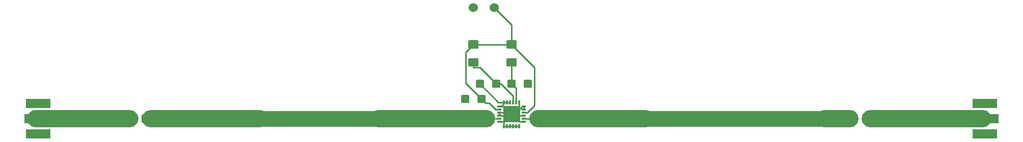
<source format=gbr>
G04 #@! TF.GenerationSoftware,KiCad,Pcbnew,5.1.2-f72e74a~84~ubuntu18.04.1*
G04 #@! TF.CreationDate,2019-07-26T18:37:53+02:00*
G04 #@! TF.ProjectId,match_attenuator,6d617463-685f-4617-9474-656e7561746f,rev?*
G04 #@! TF.SameCoordinates,Original*
G04 #@! TF.FileFunction,Copper,L1,Top*
G04 #@! TF.FilePolarity,Positive*
%FSLAX46Y46*%
G04 Gerber Fmt 4.6, Leading zero omitted, Abs format (unit mm)*
G04 Created by KiCad (PCBNEW 5.1.2-f72e74a~84~ubuntu18.04.1) date 2019-07-26 18:37:53*
%MOMM*%
%LPD*%
G04 APERTURE LIST*
%ADD10C,1.524000*%
%ADD11R,4.060000X1.520000*%
%ADD12R,4.600000X1.520000*%
%ADD13C,0.100000*%
%ADD14C,1.425000*%
%ADD15R,2.700000X2.700000*%
%ADD16R,0.800000X0.300000*%
%ADD17R,0.300000X0.800000*%
%ADD18C,1.350000*%
%ADD19C,0.800000*%
%ADD20C,0.250000*%
%ADD21C,2.900000*%
%ADD22C,2.620000*%
%ADD23C,2.650000*%
G04 APERTURE END LIST*
D10*
X143510000Y-109220000D03*
X147010000Y-109220000D03*
D11*
X228600000Y-130300000D03*
X228600000Y-125220000D03*
D12*
X228600000Y-127760000D03*
D11*
X71120000Y-125200000D03*
X71120000Y-130280000D03*
D12*
X71120000Y-127740000D03*
D13*
G36*
X150509504Y-117616204D02*
G01*
X150533773Y-117619804D01*
X150557571Y-117625765D01*
X150580671Y-117634030D01*
X150602849Y-117644520D01*
X150623893Y-117657133D01*
X150643598Y-117671747D01*
X150661777Y-117688223D01*
X150678253Y-117706402D01*
X150692867Y-117726107D01*
X150705480Y-117747151D01*
X150715970Y-117769329D01*
X150724235Y-117792429D01*
X150730196Y-117816227D01*
X150733796Y-117840496D01*
X150735000Y-117865000D01*
X150735000Y-118790000D01*
X150733796Y-118814504D01*
X150730196Y-118838773D01*
X150724235Y-118862571D01*
X150715970Y-118885671D01*
X150705480Y-118907849D01*
X150692867Y-118928893D01*
X150678253Y-118948598D01*
X150661777Y-118966777D01*
X150643598Y-118983253D01*
X150623893Y-118997867D01*
X150602849Y-119010480D01*
X150580671Y-119020970D01*
X150557571Y-119029235D01*
X150533773Y-119035196D01*
X150509504Y-119038796D01*
X150485000Y-119040000D01*
X149235000Y-119040000D01*
X149210496Y-119038796D01*
X149186227Y-119035196D01*
X149162429Y-119029235D01*
X149139329Y-119020970D01*
X149117151Y-119010480D01*
X149096107Y-118997867D01*
X149076402Y-118983253D01*
X149058223Y-118966777D01*
X149041747Y-118948598D01*
X149027133Y-118928893D01*
X149014520Y-118907849D01*
X149004030Y-118885671D01*
X148995765Y-118862571D01*
X148989804Y-118838773D01*
X148986204Y-118814504D01*
X148985000Y-118790000D01*
X148985000Y-117865000D01*
X148986204Y-117840496D01*
X148989804Y-117816227D01*
X148995765Y-117792429D01*
X149004030Y-117769329D01*
X149014520Y-117747151D01*
X149027133Y-117726107D01*
X149041747Y-117706402D01*
X149058223Y-117688223D01*
X149076402Y-117671747D01*
X149096107Y-117657133D01*
X149117151Y-117644520D01*
X149139329Y-117634030D01*
X149162429Y-117625765D01*
X149186227Y-117619804D01*
X149210496Y-117616204D01*
X149235000Y-117615000D01*
X150485000Y-117615000D01*
X150509504Y-117616204D01*
X150509504Y-117616204D01*
G37*
D14*
X149860000Y-118327500D03*
D13*
G36*
X150509504Y-114641204D02*
G01*
X150533773Y-114644804D01*
X150557571Y-114650765D01*
X150580671Y-114659030D01*
X150602849Y-114669520D01*
X150623893Y-114682133D01*
X150643598Y-114696747D01*
X150661777Y-114713223D01*
X150678253Y-114731402D01*
X150692867Y-114751107D01*
X150705480Y-114772151D01*
X150715970Y-114794329D01*
X150724235Y-114817429D01*
X150730196Y-114841227D01*
X150733796Y-114865496D01*
X150735000Y-114890000D01*
X150735000Y-115815000D01*
X150733796Y-115839504D01*
X150730196Y-115863773D01*
X150724235Y-115887571D01*
X150715970Y-115910671D01*
X150705480Y-115932849D01*
X150692867Y-115953893D01*
X150678253Y-115973598D01*
X150661777Y-115991777D01*
X150643598Y-116008253D01*
X150623893Y-116022867D01*
X150602849Y-116035480D01*
X150580671Y-116045970D01*
X150557571Y-116054235D01*
X150533773Y-116060196D01*
X150509504Y-116063796D01*
X150485000Y-116065000D01*
X149235000Y-116065000D01*
X149210496Y-116063796D01*
X149186227Y-116060196D01*
X149162429Y-116054235D01*
X149139329Y-116045970D01*
X149117151Y-116035480D01*
X149096107Y-116022867D01*
X149076402Y-116008253D01*
X149058223Y-115991777D01*
X149041747Y-115973598D01*
X149027133Y-115953893D01*
X149014520Y-115932849D01*
X149004030Y-115910671D01*
X148995765Y-115887571D01*
X148989804Y-115863773D01*
X148986204Y-115839504D01*
X148985000Y-115815000D01*
X148985000Y-114890000D01*
X148986204Y-114865496D01*
X148989804Y-114841227D01*
X148995765Y-114817429D01*
X149004030Y-114794329D01*
X149014520Y-114772151D01*
X149027133Y-114751107D01*
X149041747Y-114731402D01*
X149058223Y-114713223D01*
X149076402Y-114696747D01*
X149096107Y-114682133D01*
X149117151Y-114669520D01*
X149139329Y-114659030D01*
X149162429Y-114650765D01*
X149186227Y-114644804D01*
X149210496Y-114641204D01*
X149235000Y-114640000D01*
X150485000Y-114640000D01*
X150509504Y-114641204D01*
X150509504Y-114641204D01*
G37*
D14*
X149860000Y-115352500D03*
D13*
G36*
X144159504Y-117616204D02*
G01*
X144183773Y-117619804D01*
X144207571Y-117625765D01*
X144230671Y-117634030D01*
X144252849Y-117644520D01*
X144273893Y-117657133D01*
X144293598Y-117671747D01*
X144311777Y-117688223D01*
X144328253Y-117706402D01*
X144342867Y-117726107D01*
X144355480Y-117747151D01*
X144365970Y-117769329D01*
X144374235Y-117792429D01*
X144380196Y-117816227D01*
X144383796Y-117840496D01*
X144385000Y-117865000D01*
X144385000Y-118790000D01*
X144383796Y-118814504D01*
X144380196Y-118838773D01*
X144374235Y-118862571D01*
X144365970Y-118885671D01*
X144355480Y-118907849D01*
X144342867Y-118928893D01*
X144328253Y-118948598D01*
X144311777Y-118966777D01*
X144293598Y-118983253D01*
X144273893Y-118997867D01*
X144252849Y-119010480D01*
X144230671Y-119020970D01*
X144207571Y-119029235D01*
X144183773Y-119035196D01*
X144159504Y-119038796D01*
X144135000Y-119040000D01*
X142885000Y-119040000D01*
X142860496Y-119038796D01*
X142836227Y-119035196D01*
X142812429Y-119029235D01*
X142789329Y-119020970D01*
X142767151Y-119010480D01*
X142746107Y-118997867D01*
X142726402Y-118983253D01*
X142708223Y-118966777D01*
X142691747Y-118948598D01*
X142677133Y-118928893D01*
X142664520Y-118907849D01*
X142654030Y-118885671D01*
X142645765Y-118862571D01*
X142639804Y-118838773D01*
X142636204Y-118814504D01*
X142635000Y-118790000D01*
X142635000Y-117865000D01*
X142636204Y-117840496D01*
X142639804Y-117816227D01*
X142645765Y-117792429D01*
X142654030Y-117769329D01*
X142664520Y-117747151D01*
X142677133Y-117726107D01*
X142691747Y-117706402D01*
X142708223Y-117688223D01*
X142726402Y-117671747D01*
X142746107Y-117657133D01*
X142767151Y-117644520D01*
X142789329Y-117634030D01*
X142812429Y-117625765D01*
X142836227Y-117619804D01*
X142860496Y-117616204D01*
X142885000Y-117615000D01*
X144135000Y-117615000D01*
X144159504Y-117616204D01*
X144159504Y-117616204D01*
G37*
D14*
X143510000Y-118327500D03*
D13*
G36*
X144159504Y-114641204D02*
G01*
X144183773Y-114644804D01*
X144207571Y-114650765D01*
X144230671Y-114659030D01*
X144252849Y-114669520D01*
X144273893Y-114682133D01*
X144293598Y-114696747D01*
X144311777Y-114713223D01*
X144328253Y-114731402D01*
X144342867Y-114751107D01*
X144355480Y-114772151D01*
X144365970Y-114794329D01*
X144374235Y-114817429D01*
X144380196Y-114841227D01*
X144383796Y-114865496D01*
X144385000Y-114890000D01*
X144385000Y-115815000D01*
X144383796Y-115839504D01*
X144380196Y-115863773D01*
X144374235Y-115887571D01*
X144365970Y-115910671D01*
X144355480Y-115932849D01*
X144342867Y-115953893D01*
X144328253Y-115973598D01*
X144311777Y-115991777D01*
X144293598Y-116008253D01*
X144273893Y-116022867D01*
X144252849Y-116035480D01*
X144230671Y-116045970D01*
X144207571Y-116054235D01*
X144183773Y-116060196D01*
X144159504Y-116063796D01*
X144135000Y-116065000D01*
X142885000Y-116065000D01*
X142860496Y-116063796D01*
X142836227Y-116060196D01*
X142812429Y-116054235D01*
X142789329Y-116045970D01*
X142767151Y-116035480D01*
X142746107Y-116022867D01*
X142726402Y-116008253D01*
X142708223Y-115991777D01*
X142691747Y-115973598D01*
X142677133Y-115953893D01*
X142664520Y-115932849D01*
X142654030Y-115910671D01*
X142645765Y-115887571D01*
X142639804Y-115863773D01*
X142636204Y-115839504D01*
X142635000Y-115815000D01*
X142635000Y-114890000D01*
X142636204Y-114865496D01*
X142639804Y-114841227D01*
X142645765Y-114817429D01*
X142654030Y-114794329D01*
X142664520Y-114772151D01*
X142677133Y-114751107D01*
X142691747Y-114731402D01*
X142708223Y-114713223D01*
X142726402Y-114696747D01*
X142746107Y-114682133D01*
X142767151Y-114669520D01*
X142789329Y-114659030D01*
X142812429Y-114650765D01*
X142836227Y-114644804D01*
X142860496Y-114641204D01*
X142885000Y-114640000D01*
X144135000Y-114640000D01*
X144159504Y-114641204D01*
X144159504Y-114641204D01*
G37*
D14*
X143510000Y-115352500D03*
D15*
X149860000Y-127000000D03*
D16*
X151850000Y-125740000D03*
X151850000Y-128240000D03*
X151850000Y-127740000D03*
X151850000Y-127240000D03*
X151850000Y-126240000D03*
X151850000Y-126740000D03*
X147850000Y-128240000D03*
X147850000Y-127740000D03*
X147850000Y-127240000D03*
X147850000Y-126740000D03*
X147850000Y-126240000D03*
X147850000Y-125740000D03*
D17*
X148600000Y-128990000D03*
X149100000Y-128990000D03*
X150100000Y-128990000D03*
X149600000Y-128990000D03*
X151100000Y-128990000D03*
X150600000Y-128990000D03*
X151100000Y-124990000D03*
X150600000Y-124990000D03*
X150100000Y-124990000D03*
X149600000Y-124990000D03*
X149100000Y-124990000D03*
X148600000Y-124990000D03*
D13*
G36*
X207324505Y-127066204D02*
G01*
X207348773Y-127069804D01*
X207372572Y-127075765D01*
X207395671Y-127084030D01*
X207417850Y-127094520D01*
X207438893Y-127107132D01*
X207458599Y-127121747D01*
X207476777Y-127138223D01*
X207493253Y-127156401D01*
X207507868Y-127176107D01*
X207520480Y-127197150D01*
X207530970Y-127219329D01*
X207539235Y-127242428D01*
X207545196Y-127266227D01*
X207548796Y-127290495D01*
X207550000Y-127314999D01*
X207550000Y-128165001D01*
X207548796Y-128189505D01*
X207545196Y-128213773D01*
X207539235Y-128237572D01*
X207530970Y-128260671D01*
X207520480Y-128282850D01*
X207507868Y-128303893D01*
X207493253Y-128323599D01*
X207476777Y-128341777D01*
X207458599Y-128358253D01*
X207438893Y-128372868D01*
X207417850Y-128385480D01*
X207395671Y-128395970D01*
X207372572Y-128404235D01*
X207348773Y-128410196D01*
X207324505Y-128413796D01*
X207300001Y-128415000D01*
X206399999Y-128415000D01*
X206375495Y-128413796D01*
X206351227Y-128410196D01*
X206327428Y-128404235D01*
X206304329Y-128395970D01*
X206282150Y-128385480D01*
X206261107Y-128372868D01*
X206241401Y-128358253D01*
X206223223Y-128341777D01*
X206206747Y-128323599D01*
X206192132Y-128303893D01*
X206179520Y-128282850D01*
X206169030Y-128260671D01*
X206160765Y-128237572D01*
X206154804Y-128213773D01*
X206151204Y-128189505D01*
X206150000Y-128165001D01*
X206150000Y-127314999D01*
X206151204Y-127290495D01*
X206154804Y-127266227D01*
X206160765Y-127242428D01*
X206169030Y-127219329D01*
X206179520Y-127197150D01*
X206192132Y-127176107D01*
X206206747Y-127156401D01*
X206223223Y-127138223D01*
X206241401Y-127121747D01*
X206261107Y-127107132D01*
X206282150Y-127094520D01*
X206304329Y-127084030D01*
X206327428Y-127075765D01*
X206351227Y-127069804D01*
X206375495Y-127066204D01*
X206399999Y-127065000D01*
X207300001Y-127065000D01*
X207324505Y-127066204D01*
X207324505Y-127066204D01*
G37*
D18*
X206850000Y-127740000D03*
D13*
G36*
X210024505Y-127066204D02*
G01*
X210048773Y-127069804D01*
X210072572Y-127075765D01*
X210095671Y-127084030D01*
X210117850Y-127094520D01*
X210138893Y-127107132D01*
X210158599Y-127121747D01*
X210176777Y-127138223D01*
X210193253Y-127156401D01*
X210207868Y-127176107D01*
X210220480Y-127197150D01*
X210230970Y-127219329D01*
X210239235Y-127242428D01*
X210245196Y-127266227D01*
X210248796Y-127290495D01*
X210250000Y-127314999D01*
X210250000Y-128165001D01*
X210248796Y-128189505D01*
X210245196Y-128213773D01*
X210239235Y-128237572D01*
X210230970Y-128260671D01*
X210220480Y-128282850D01*
X210207868Y-128303893D01*
X210193253Y-128323599D01*
X210176777Y-128341777D01*
X210158599Y-128358253D01*
X210138893Y-128372868D01*
X210117850Y-128385480D01*
X210095671Y-128395970D01*
X210072572Y-128404235D01*
X210048773Y-128410196D01*
X210024505Y-128413796D01*
X210000001Y-128415000D01*
X209099999Y-128415000D01*
X209075495Y-128413796D01*
X209051227Y-128410196D01*
X209027428Y-128404235D01*
X209004329Y-128395970D01*
X208982150Y-128385480D01*
X208961107Y-128372868D01*
X208941401Y-128358253D01*
X208923223Y-128341777D01*
X208906747Y-128323599D01*
X208892132Y-128303893D01*
X208879520Y-128282850D01*
X208869030Y-128260671D01*
X208860765Y-128237572D01*
X208854804Y-128213773D01*
X208851204Y-128189505D01*
X208850000Y-128165001D01*
X208850000Y-127314999D01*
X208851204Y-127290495D01*
X208854804Y-127266227D01*
X208860765Y-127242428D01*
X208869030Y-127219329D01*
X208879520Y-127197150D01*
X208892132Y-127176107D01*
X208906747Y-127156401D01*
X208923223Y-127138223D01*
X208941401Y-127121747D01*
X208961107Y-127107132D01*
X208982150Y-127094520D01*
X209004329Y-127084030D01*
X209027428Y-127075765D01*
X209051227Y-127069804D01*
X209075495Y-127066204D01*
X209099999Y-127065000D01*
X210000001Y-127065000D01*
X210024505Y-127066204D01*
X210024505Y-127066204D01*
G37*
D18*
X209550000Y-127740000D03*
D13*
G36*
X86754505Y-127066204D02*
G01*
X86778773Y-127069804D01*
X86802572Y-127075765D01*
X86825671Y-127084030D01*
X86847850Y-127094520D01*
X86868893Y-127107132D01*
X86888599Y-127121747D01*
X86906777Y-127138223D01*
X86923253Y-127156401D01*
X86937868Y-127176107D01*
X86950480Y-127197150D01*
X86960970Y-127219329D01*
X86969235Y-127242428D01*
X86975196Y-127266227D01*
X86978796Y-127290495D01*
X86980000Y-127314999D01*
X86980000Y-128165001D01*
X86978796Y-128189505D01*
X86975196Y-128213773D01*
X86969235Y-128237572D01*
X86960970Y-128260671D01*
X86950480Y-128282850D01*
X86937868Y-128303893D01*
X86923253Y-128323599D01*
X86906777Y-128341777D01*
X86888599Y-128358253D01*
X86868893Y-128372868D01*
X86847850Y-128385480D01*
X86825671Y-128395970D01*
X86802572Y-128404235D01*
X86778773Y-128410196D01*
X86754505Y-128413796D01*
X86730001Y-128415000D01*
X85829999Y-128415000D01*
X85805495Y-128413796D01*
X85781227Y-128410196D01*
X85757428Y-128404235D01*
X85734329Y-128395970D01*
X85712150Y-128385480D01*
X85691107Y-128372868D01*
X85671401Y-128358253D01*
X85653223Y-128341777D01*
X85636747Y-128323599D01*
X85622132Y-128303893D01*
X85609520Y-128282850D01*
X85599030Y-128260671D01*
X85590765Y-128237572D01*
X85584804Y-128213773D01*
X85581204Y-128189505D01*
X85580000Y-128165001D01*
X85580000Y-127314999D01*
X85581204Y-127290495D01*
X85584804Y-127266227D01*
X85590765Y-127242428D01*
X85599030Y-127219329D01*
X85609520Y-127197150D01*
X85622132Y-127176107D01*
X85636747Y-127156401D01*
X85653223Y-127138223D01*
X85671401Y-127121747D01*
X85691107Y-127107132D01*
X85712150Y-127094520D01*
X85734329Y-127084030D01*
X85757428Y-127075765D01*
X85781227Y-127069804D01*
X85805495Y-127066204D01*
X85829999Y-127065000D01*
X86730001Y-127065000D01*
X86754505Y-127066204D01*
X86754505Y-127066204D01*
G37*
D18*
X86280000Y-127740000D03*
D13*
G36*
X89454505Y-127066204D02*
G01*
X89478773Y-127069804D01*
X89502572Y-127075765D01*
X89525671Y-127084030D01*
X89547850Y-127094520D01*
X89568893Y-127107132D01*
X89588599Y-127121747D01*
X89606777Y-127138223D01*
X89623253Y-127156401D01*
X89637868Y-127176107D01*
X89650480Y-127197150D01*
X89660970Y-127219329D01*
X89669235Y-127242428D01*
X89675196Y-127266227D01*
X89678796Y-127290495D01*
X89680000Y-127314999D01*
X89680000Y-128165001D01*
X89678796Y-128189505D01*
X89675196Y-128213773D01*
X89669235Y-128237572D01*
X89660970Y-128260671D01*
X89650480Y-128282850D01*
X89637868Y-128303893D01*
X89623253Y-128323599D01*
X89606777Y-128341777D01*
X89588599Y-128358253D01*
X89568893Y-128372868D01*
X89547850Y-128385480D01*
X89525671Y-128395970D01*
X89502572Y-128404235D01*
X89478773Y-128410196D01*
X89454505Y-128413796D01*
X89430001Y-128415000D01*
X88529999Y-128415000D01*
X88505495Y-128413796D01*
X88481227Y-128410196D01*
X88457428Y-128404235D01*
X88434329Y-128395970D01*
X88412150Y-128385480D01*
X88391107Y-128372868D01*
X88371401Y-128358253D01*
X88353223Y-128341777D01*
X88336747Y-128323599D01*
X88322132Y-128303893D01*
X88309520Y-128282850D01*
X88299030Y-128260671D01*
X88290765Y-128237572D01*
X88284804Y-128213773D01*
X88281204Y-128189505D01*
X88280000Y-128165001D01*
X88280000Y-127314999D01*
X88281204Y-127290495D01*
X88284804Y-127266227D01*
X88290765Y-127242428D01*
X88299030Y-127219329D01*
X88309520Y-127197150D01*
X88322132Y-127176107D01*
X88336747Y-127156401D01*
X88353223Y-127138223D01*
X88371401Y-127121747D01*
X88391107Y-127107132D01*
X88412150Y-127094520D01*
X88434329Y-127084030D01*
X88457428Y-127075765D01*
X88481227Y-127069804D01*
X88505495Y-127066204D01*
X88529999Y-127065000D01*
X89430001Y-127065000D01*
X89454505Y-127066204D01*
X89454505Y-127066204D01*
G37*
D18*
X88980000Y-127740000D03*
D13*
G36*
X145334505Y-123786204D02*
G01*
X145358773Y-123789804D01*
X145382572Y-123795765D01*
X145405671Y-123804030D01*
X145427850Y-123814520D01*
X145448893Y-123827132D01*
X145468599Y-123841747D01*
X145486777Y-123858223D01*
X145503253Y-123876401D01*
X145517868Y-123896107D01*
X145530480Y-123917150D01*
X145540970Y-123939329D01*
X145549235Y-123962428D01*
X145555196Y-123986227D01*
X145558796Y-124010495D01*
X145560000Y-124034999D01*
X145560000Y-124885001D01*
X145558796Y-124909505D01*
X145555196Y-124933773D01*
X145549235Y-124957572D01*
X145540970Y-124980671D01*
X145530480Y-125002850D01*
X145517868Y-125023893D01*
X145503253Y-125043599D01*
X145486777Y-125061777D01*
X145468599Y-125078253D01*
X145448893Y-125092868D01*
X145427850Y-125105480D01*
X145405671Y-125115970D01*
X145382572Y-125124235D01*
X145358773Y-125130196D01*
X145334505Y-125133796D01*
X145310001Y-125135000D01*
X144409999Y-125135000D01*
X144385495Y-125133796D01*
X144361227Y-125130196D01*
X144337428Y-125124235D01*
X144314329Y-125115970D01*
X144292150Y-125105480D01*
X144271107Y-125092868D01*
X144251401Y-125078253D01*
X144233223Y-125061777D01*
X144216747Y-125043599D01*
X144202132Y-125023893D01*
X144189520Y-125002850D01*
X144179030Y-124980671D01*
X144170765Y-124957572D01*
X144164804Y-124933773D01*
X144161204Y-124909505D01*
X144160000Y-124885001D01*
X144160000Y-124034999D01*
X144161204Y-124010495D01*
X144164804Y-123986227D01*
X144170765Y-123962428D01*
X144179030Y-123939329D01*
X144189520Y-123917150D01*
X144202132Y-123896107D01*
X144216747Y-123876401D01*
X144233223Y-123858223D01*
X144251401Y-123841747D01*
X144271107Y-123827132D01*
X144292150Y-123814520D01*
X144314329Y-123804030D01*
X144337428Y-123795765D01*
X144361227Y-123789804D01*
X144385495Y-123786204D01*
X144409999Y-123785000D01*
X145310001Y-123785000D01*
X145334505Y-123786204D01*
X145334505Y-123786204D01*
G37*
D18*
X144860000Y-124460000D03*
D13*
G36*
X142634505Y-123786204D02*
G01*
X142658773Y-123789804D01*
X142682572Y-123795765D01*
X142705671Y-123804030D01*
X142727850Y-123814520D01*
X142748893Y-123827132D01*
X142768599Y-123841747D01*
X142786777Y-123858223D01*
X142803253Y-123876401D01*
X142817868Y-123896107D01*
X142830480Y-123917150D01*
X142840970Y-123939329D01*
X142849235Y-123962428D01*
X142855196Y-123986227D01*
X142858796Y-124010495D01*
X142860000Y-124034999D01*
X142860000Y-124885001D01*
X142858796Y-124909505D01*
X142855196Y-124933773D01*
X142849235Y-124957572D01*
X142840970Y-124980671D01*
X142830480Y-125002850D01*
X142817868Y-125023893D01*
X142803253Y-125043599D01*
X142786777Y-125061777D01*
X142768599Y-125078253D01*
X142748893Y-125092868D01*
X142727850Y-125105480D01*
X142705671Y-125115970D01*
X142682572Y-125124235D01*
X142658773Y-125130196D01*
X142634505Y-125133796D01*
X142610001Y-125135000D01*
X141709999Y-125135000D01*
X141685495Y-125133796D01*
X141661227Y-125130196D01*
X141637428Y-125124235D01*
X141614329Y-125115970D01*
X141592150Y-125105480D01*
X141571107Y-125092868D01*
X141551401Y-125078253D01*
X141533223Y-125061777D01*
X141516747Y-125043599D01*
X141502132Y-125023893D01*
X141489520Y-125002850D01*
X141479030Y-124980671D01*
X141470765Y-124957572D01*
X141464804Y-124933773D01*
X141461204Y-124909505D01*
X141460000Y-124885001D01*
X141460000Y-124034999D01*
X141461204Y-124010495D01*
X141464804Y-123986227D01*
X141470765Y-123962428D01*
X141479030Y-123939329D01*
X141489520Y-123917150D01*
X141502132Y-123896107D01*
X141516747Y-123876401D01*
X141533223Y-123858223D01*
X141551401Y-123841747D01*
X141571107Y-123827132D01*
X141592150Y-123814520D01*
X141614329Y-123804030D01*
X141637428Y-123795765D01*
X141661227Y-123789804D01*
X141685495Y-123786204D01*
X141709999Y-123785000D01*
X142610001Y-123785000D01*
X142634505Y-123786204D01*
X142634505Y-123786204D01*
G37*
D18*
X142160000Y-124460000D03*
D13*
G36*
X150334505Y-121246204D02*
G01*
X150358773Y-121249804D01*
X150382572Y-121255765D01*
X150405671Y-121264030D01*
X150427850Y-121274520D01*
X150448893Y-121287132D01*
X150468599Y-121301747D01*
X150486777Y-121318223D01*
X150503253Y-121336401D01*
X150517868Y-121356107D01*
X150530480Y-121377150D01*
X150540970Y-121399329D01*
X150549235Y-121422428D01*
X150555196Y-121446227D01*
X150558796Y-121470495D01*
X150560000Y-121494999D01*
X150560000Y-122345001D01*
X150558796Y-122369505D01*
X150555196Y-122393773D01*
X150549235Y-122417572D01*
X150540970Y-122440671D01*
X150530480Y-122462850D01*
X150517868Y-122483893D01*
X150503253Y-122503599D01*
X150486777Y-122521777D01*
X150468599Y-122538253D01*
X150448893Y-122552868D01*
X150427850Y-122565480D01*
X150405671Y-122575970D01*
X150382572Y-122584235D01*
X150358773Y-122590196D01*
X150334505Y-122593796D01*
X150310001Y-122595000D01*
X149409999Y-122595000D01*
X149385495Y-122593796D01*
X149361227Y-122590196D01*
X149337428Y-122584235D01*
X149314329Y-122575970D01*
X149292150Y-122565480D01*
X149271107Y-122552868D01*
X149251401Y-122538253D01*
X149233223Y-122521777D01*
X149216747Y-122503599D01*
X149202132Y-122483893D01*
X149189520Y-122462850D01*
X149179030Y-122440671D01*
X149170765Y-122417572D01*
X149164804Y-122393773D01*
X149161204Y-122369505D01*
X149160000Y-122345001D01*
X149160000Y-121494999D01*
X149161204Y-121470495D01*
X149164804Y-121446227D01*
X149170765Y-121422428D01*
X149179030Y-121399329D01*
X149189520Y-121377150D01*
X149202132Y-121356107D01*
X149216747Y-121336401D01*
X149233223Y-121318223D01*
X149251401Y-121301747D01*
X149271107Y-121287132D01*
X149292150Y-121274520D01*
X149314329Y-121264030D01*
X149337428Y-121255765D01*
X149361227Y-121249804D01*
X149385495Y-121246204D01*
X149409999Y-121245000D01*
X150310001Y-121245000D01*
X150334505Y-121246204D01*
X150334505Y-121246204D01*
G37*
D18*
X149860000Y-121920000D03*
D13*
G36*
X153034505Y-121246204D02*
G01*
X153058773Y-121249804D01*
X153082572Y-121255765D01*
X153105671Y-121264030D01*
X153127850Y-121274520D01*
X153148893Y-121287132D01*
X153168599Y-121301747D01*
X153186777Y-121318223D01*
X153203253Y-121336401D01*
X153217868Y-121356107D01*
X153230480Y-121377150D01*
X153240970Y-121399329D01*
X153249235Y-121422428D01*
X153255196Y-121446227D01*
X153258796Y-121470495D01*
X153260000Y-121494999D01*
X153260000Y-122345001D01*
X153258796Y-122369505D01*
X153255196Y-122393773D01*
X153249235Y-122417572D01*
X153240970Y-122440671D01*
X153230480Y-122462850D01*
X153217868Y-122483893D01*
X153203253Y-122503599D01*
X153186777Y-122521777D01*
X153168599Y-122538253D01*
X153148893Y-122552868D01*
X153127850Y-122565480D01*
X153105671Y-122575970D01*
X153082572Y-122584235D01*
X153058773Y-122590196D01*
X153034505Y-122593796D01*
X153010001Y-122595000D01*
X152109999Y-122595000D01*
X152085495Y-122593796D01*
X152061227Y-122590196D01*
X152037428Y-122584235D01*
X152014329Y-122575970D01*
X151992150Y-122565480D01*
X151971107Y-122552868D01*
X151951401Y-122538253D01*
X151933223Y-122521777D01*
X151916747Y-122503599D01*
X151902132Y-122483893D01*
X151889520Y-122462850D01*
X151879030Y-122440671D01*
X151870765Y-122417572D01*
X151864804Y-122393773D01*
X151861204Y-122369505D01*
X151860000Y-122345001D01*
X151860000Y-121494999D01*
X151861204Y-121470495D01*
X151864804Y-121446227D01*
X151870765Y-121422428D01*
X151879030Y-121399329D01*
X151889520Y-121377150D01*
X151902132Y-121356107D01*
X151916747Y-121336401D01*
X151933223Y-121318223D01*
X151951401Y-121301747D01*
X151971107Y-121287132D01*
X151992150Y-121274520D01*
X152014329Y-121264030D01*
X152037428Y-121255765D01*
X152061227Y-121249804D01*
X152085495Y-121246204D01*
X152109999Y-121245000D01*
X153010001Y-121245000D01*
X153034505Y-121246204D01*
X153034505Y-121246204D01*
G37*
D18*
X152560000Y-121920000D03*
D13*
G36*
X145094505Y-121246204D02*
G01*
X145118773Y-121249804D01*
X145142572Y-121255765D01*
X145165671Y-121264030D01*
X145187850Y-121274520D01*
X145208893Y-121287132D01*
X145228599Y-121301747D01*
X145246777Y-121318223D01*
X145263253Y-121336401D01*
X145277868Y-121356107D01*
X145290480Y-121377150D01*
X145300970Y-121399329D01*
X145309235Y-121422428D01*
X145315196Y-121446227D01*
X145318796Y-121470495D01*
X145320000Y-121494999D01*
X145320000Y-122345001D01*
X145318796Y-122369505D01*
X145315196Y-122393773D01*
X145309235Y-122417572D01*
X145300970Y-122440671D01*
X145290480Y-122462850D01*
X145277868Y-122483893D01*
X145263253Y-122503599D01*
X145246777Y-122521777D01*
X145228599Y-122538253D01*
X145208893Y-122552868D01*
X145187850Y-122565480D01*
X145165671Y-122575970D01*
X145142572Y-122584235D01*
X145118773Y-122590196D01*
X145094505Y-122593796D01*
X145070001Y-122595000D01*
X144169999Y-122595000D01*
X144145495Y-122593796D01*
X144121227Y-122590196D01*
X144097428Y-122584235D01*
X144074329Y-122575970D01*
X144052150Y-122565480D01*
X144031107Y-122552868D01*
X144011401Y-122538253D01*
X143993223Y-122521777D01*
X143976747Y-122503599D01*
X143962132Y-122483893D01*
X143949520Y-122462850D01*
X143939030Y-122440671D01*
X143930765Y-122417572D01*
X143924804Y-122393773D01*
X143921204Y-122369505D01*
X143920000Y-122345001D01*
X143920000Y-121494999D01*
X143921204Y-121470495D01*
X143924804Y-121446227D01*
X143930765Y-121422428D01*
X143939030Y-121399329D01*
X143949520Y-121377150D01*
X143962132Y-121356107D01*
X143976747Y-121336401D01*
X143993223Y-121318223D01*
X144011401Y-121301747D01*
X144031107Y-121287132D01*
X144052150Y-121274520D01*
X144074329Y-121264030D01*
X144097428Y-121255765D01*
X144121227Y-121249804D01*
X144145495Y-121246204D01*
X144169999Y-121245000D01*
X145070001Y-121245000D01*
X145094505Y-121246204D01*
X145094505Y-121246204D01*
G37*
D18*
X144620000Y-121920000D03*
D13*
G36*
X147794505Y-121246204D02*
G01*
X147818773Y-121249804D01*
X147842572Y-121255765D01*
X147865671Y-121264030D01*
X147887850Y-121274520D01*
X147908893Y-121287132D01*
X147928599Y-121301747D01*
X147946777Y-121318223D01*
X147963253Y-121336401D01*
X147977868Y-121356107D01*
X147990480Y-121377150D01*
X148000970Y-121399329D01*
X148009235Y-121422428D01*
X148015196Y-121446227D01*
X148018796Y-121470495D01*
X148020000Y-121494999D01*
X148020000Y-122345001D01*
X148018796Y-122369505D01*
X148015196Y-122393773D01*
X148009235Y-122417572D01*
X148000970Y-122440671D01*
X147990480Y-122462850D01*
X147977868Y-122483893D01*
X147963253Y-122503599D01*
X147946777Y-122521777D01*
X147928599Y-122538253D01*
X147908893Y-122552868D01*
X147887850Y-122565480D01*
X147865671Y-122575970D01*
X147842572Y-122584235D01*
X147818773Y-122590196D01*
X147794505Y-122593796D01*
X147770001Y-122595000D01*
X146869999Y-122595000D01*
X146845495Y-122593796D01*
X146821227Y-122590196D01*
X146797428Y-122584235D01*
X146774329Y-122575970D01*
X146752150Y-122565480D01*
X146731107Y-122552868D01*
X146711401Y-122538253D01*
X146693223Y-122521777D01*
X146676747Y-122503599D01*
X146662132Y-122483893D01*
X146649520Y-122462850D01*
X146639030Y-122440671D01*
X146630765Y-122417572D01*
X146624804Y-122393773D01*
X146621204Y-122369505D01*
X146620000Y-122345001D01*
X146620000Y-121494999D01*
X146621204Y-121470495D01*
X146624804Y-121446227D01*
X146630765Y-121422428D01*
X146639030Y-121399329D01*
X146649520Y-121377150D01*
X146662132Y-121356107D01*
X146676747Y-121336401D01*
X146693223Y-121318223D01*
X146711401Y-121301747D01*
X146731107Y-121287132D01*
X146752150Y-121274520D01*
X146774329Y-121264030D01*
X146797428Y-121255765D01*
X146821227Y-121249804D01*
X146845495Y-121246204D01*
X146869999Y-121245000D01*
X147770001Y-121245000D01*
X147794505Y-121246204D01*
X147794505Y-121246204D01*
G37*
D18*
X147320000Y-121920000D03*
D19*
X152400000Y-121920000D03*
X229870000Y-130200000D03*
X228600000Y-130200000D03*
X227330000Y-130200000D03*
X229870000Y-125000000D03*
X228600000Y-125000000D03*
X227330000Y-125000000D03*
X72390000Y-125000000D03*
X71120000Y-125000000D03*
X69850000Y-125000000D03*
X72390000Y-130200000D03*
X71120000Y-130200000D03*
X69850000Y-130200000D03*
X142200000Y-124420000D03*
X144700000Y-122000000D03*
D20*
X142240000Y-124380000D02*
X142200000Y-124420000D01*
X148700000Y-124990000D02*
X148590000Y-124880000D01*
X149100000Y-124990000D02*
X148700000Y-124990000D01*
X148100000Y-125740000D02*
X147850000Y-125740000D01*
X148590000Y-125250000D02*
X148100000Y-125740000D01*
X148590000Y-124880000D02*
X148590000Y-125250000D01*
X148500000Y-126740000D02*
X147850000Y-126740000D01*
X148575001Y-126664999D02*
X148500000Y-126740000D01*
X148575001Y-125815001D02*
X148575001Y-126664999D01*
X148500000Y-125740000D02*
X148575001Y-125815001D01*
X147850000Y-125740000D02*
X148500000Y-125740000D01*
X147850000Y-126740000D02*
X147850000Y-127240000D01*
X148500000Y-128240000D02*
X147850000Y-128240000D01*
X148575001Y-128164999D02*
X148500000Y-128240000D01*
X148575001Y-127315001D02*
X148575001Y-128164999D01*
X148500000Y-127240000D02*
X148575001Y-127315001D01*
X147850000Y-127240000D02*
X148500000Y-127240000D01*
X148600000Y-128260000D02*
X149860000Y-127000000D01*
X148600000Y-128990000D02*
X148600000Y-128260000D01*
X149600000Y-128990000D02*
X150100000Y-128990000D01*
X150100000Y-128990000D02*
X150600000Y-128990000D01*
X150600000Y-128990000D02*
X151100000Y-128990000D01*
X142200000Y-124420000D02*
X142160000Y-124460000D01*
X147690000Y-124990000D02*
X149330000Y-124990000D01*
X149600000Y-124990000D02*
X149330000Y-124990000D01*
X144620000Y-121920000D02*
X144700000Y-122000000D01*
X149330000Y-124990000D02*
X149100000Y-124990000D01*
X151600000Y-125740000D02*
X151124999Y-126215001D01*
X151124999Y-127164999D02*
X151200000Y-127240000D01*
X151124999Y-126215001D02*
X151124999Y-127164999D01*
X151850000Y-125740000D02*
X151600000Y-125740000D01*
X149600000Y-128990000D02*
X149100000Y-128990000D01*
X149100000Y-128990000D02*
X148600000Y-128990000D01*
X151200000Y-128240000D02*
X151850000Y-128240000D01*
X151124999Y-128164999D02*
X151200000Y-128240000D01*
X151200000Y-127240000D02*
X151124999Y-127315001D01*
X151124999Y-127315001D02*
X151124999Y-128164999D01*
X151850000Y-127240000D02*
X151200000Y-127240000D01*
X144700000Y-122000000D02*
X147690000Y-124990000D01*
X151100000Y-125760000D02*
X149860000Y-127000000D01*
X151100000Y-124990000D02*
X151100000Y-125760000D01*
X151850000Y-126240000D02*
X151850000Y-125740000D01*
X145544373Y-125144373D02*
X144860000Y-124460000D01*
X147200000Y-126240000D02*
X147850000Y-126240000D01*
X149860000Y-112070000D02*
X147010000Y-109220000D01*
X149860000Y-115352500D02*
X149860000Y-112070000D01*
X143510000Y-115352500D02*
X149860000Y-115352500D01*
X153670000Y-125570000D02*
X153670000Y-119162500D01*
X153670000Y-119162500D02*
X149860000Y-115352500D01*
X151850000Y-126740000D02*
X152500000Y-126740000D01*
X152500000Y-126740000D02*
X153670000Y-125570000D01*
X144175627Y-123775627D02*
X144860000Y-124460000D01*
X142240000Y-121840000D02*
X144175627Y-123775627D01*
X142240000Y-116622500D02*
X142240000Y-121840000D01*
X143510000Y-115352500D02*
X142240000Y-116622500D01*
X146104373Y-125144373D02*
X147200000Y-126240000D01*
X145544373Y-125144373D02*
X146104373Y-125144373D01*
X143510000Y-118327500D02*
X143510000Y-119220000D01*
X144620000Y-119220000D02*
X147320000Y-121920000D01*
X143510000Y-119220000D02*
X144620000Y-119220000D01*
X150100000Y-124340000D02*
X150100000Y-124990000D01*
X150100000Y-123900000D02*
X150100000Y-124340000D01*
X148120000Y-121920000D02*
X150100000Y-123900000D01*
X147320000Y-121920000D02*
X148120000Y-121920000D01*
X149860000Y-121920000D02*
X149860000Y-118327500D01*
X150600000Y-122660000D02*
X150600000Y-124990000D01*
X149860000Y-121920000D02*
X150600000Y-122660000D01*
D21*
X86360000Y-127740000D02*
X70660000Y-127740000D01*
D20*
X148033000Y-127740000D02*
X147200000Y-127740000D01*
D21*
X145750000Y-127740000D02*
X127750000Y-127740000D01*
D22*
X127000000Y-127740000D02*
X108400000Y-127740000D01*
D21*
X107950000Y-127740000D02*
X89870000Y-127740000D01*
D20*
X151850000Y-127740000D02*
X152850000Y-127740000D01*
D21*
X154300000Y-127740000D02*
X172100000Y-127740000D01*
D23*
X172720000Y-127740000D02*
X201320000Y-127740000D01*
D21*
X201930000Y-127740000D02*
X206130000Y-127740000D01*
X209550000Y-127740000D02*
X228300000Y-127740000D01*
M02*

</source>
